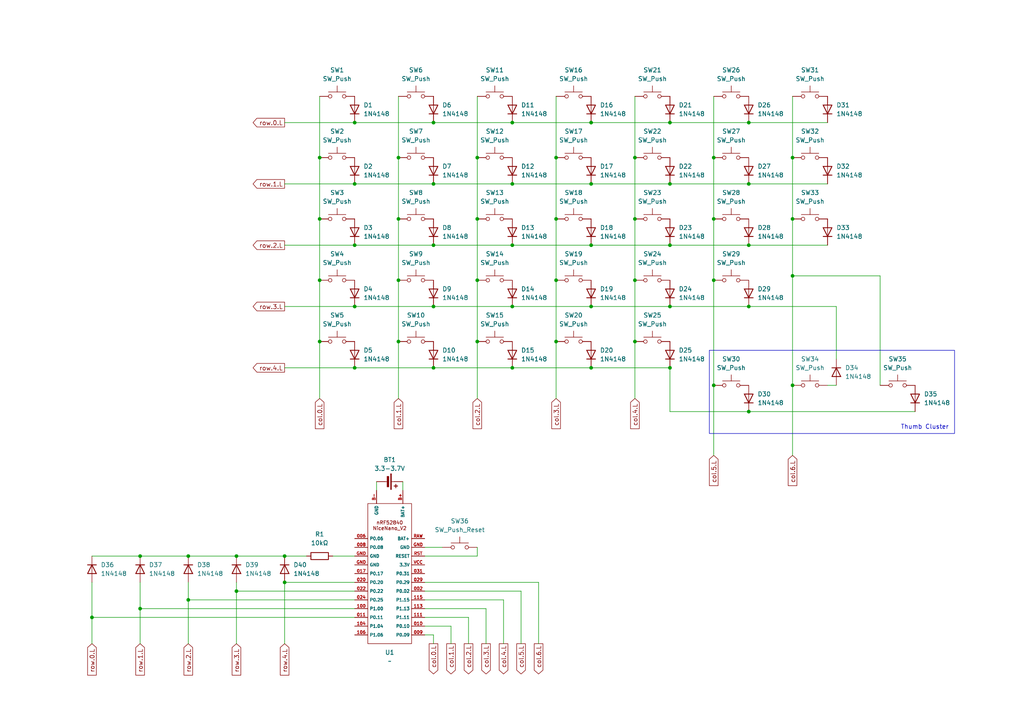
<source format=kicad_sch>
(kicad_sch (version 20250114) (generator "eeschema") (generator_version "9.0")
  (paper "A4")
  (title_block (title "kaasch-keys-left") (date "2025-10-29") (rev "1") (company "kaasch-co"))
  (lib_symbols
    (symbol "Device:Battery_Cell" (pin_numbers (hide yes)) (pin_names (offset 0) (hide yes))
      (property "Reference" "BT" (at 2.54 2.54 0))
      (property "Value" "Battery_Cell" (at 2.54 0 0))
      (symbol "Battery_Cell_0_1"
        (rectangle (start -2.286 1.778) (end 2.286 1.524) (fill (type outline)))
        (rectangle (start -1.524 1.016) (end 1.524 0.508) (fill (type outline)))
        (polyline (pts (xy 0 1.778) (xy 0 2.54)))
        (polyline (pts (xy 0 0.762) (xy 0 0)))
        (polyline (pts (xy 0.762 3.048) (xy 1.778 3.048)) (stroke (width 0.254)))
        (polyline (pts (xy 1.27 3.556) (xy 1.27 2.54)) (stroke (width 0.254)))
      )
      (symbol "Battery_Cell_1_1"
        (pin passive line (at 0 5.08 270) (length 2.54) (name "+") (number "1"))
        (pin passive line (at 0 -2.54 90) (length 2.54) (name "-") (number "2"))
      )
    )
    (symbol "Device:R" (pin_numbers (hide yes)) (pin_names (offset 0))
      (property "Reference" "R" (at 2.032 0 90))
      (property "Value" "R" (at 0 0 90))
      (symbol "R_0_1"
        (rectangle (start -1.016 -2.54) (end 1.016 2.54) (stroke (width 0.254)))
      )
      (symbol "R_1_1"
        (pin passive line (at 0 3.81 270) (length 1.27) (name "~") (number "1"))
        (pin passive line (at 0 -3.81 90) (length 1.27) (name "~") (number "2"))
      )
    )
    (symbol "Diode:1N4148" (pin_numbers (hide yes)) (pin_names (hide yes))
      (property "Reference" "D" (at 0 2.54 0))
      (property "Value" "1N4148" (at 0 -2.54 0))
      (symbol "1N4148_0_1"
        (polyline (pts (xy -1.27 1.27) (xy -1.27 -1.27)) (stroke (width 0.254)))
        (polyline (pts (xy 1.27 1.27) (xy 1.27 -1.27) (xy -1.27 0) (xy 1.27 1.27)) (stroke (width 0.254)))
        (polyline (pts (xy 1.27 0) (xy -1.27 0)))
      )
      (symbol "1N4148_1_1"
        (pin passive line (at -3.81 0 0) (length 2.54) (name "K") (number "1"))
        (pin passive line (at 3.81 0 180) (length 2.54) (name "A") (number "2"))
      )
    )
    (symbol "NiceNanoV2:NiceNanoV2" (in_bom no) (on_board no)
      (property "Reference" "U1" (at 0 -20.32 0))
      (symbol "NiceNanoV2_0_1"
        (rectangle (start -6.35 22.86) (end 6.35 -17.78))
      )
      (symbol "NiceNanoV2_1_1"
        (text "nRF52840\nNiceNano_V2" (at 0 16.51 0) (effects (font (size 1.016 1.016))))
        (pin bidirectional line (at -10.16 12.7 0) (length 3.81) (name "P0.06") (number "006"))
        (pin bidirectional line (at -10.16 10.16 0) (length 3.81) (name "P0.08") (number "008"))
        (pin power_out line (at -10.16 7.62 0) (length 3.81) (name "GND") (number "GND"))
        (pin power_out line (at -10.16 5.08 0) (length 3.81) (name "GND") (number "GND"))
        (pin bidirectional line (at -10.16 2.54 0) (length 3.81) (name "P0.17") (number "017"))
        (pin bidirectional line (at -10.16 0 0) (length 3.81) (name "P0.20") (number "020"))
        (pin bidirectional line (at -10.16 -2.54 0) (length 3.81) (name "P0.22") (number "022"))
        (pin bidirectional line (at -10.16 -5.08 0) (length 3.81) (name "P0.25") (number "024"))
        (pin bidirectional line (at -10.16 -7.62 0) (length 3.81) (name "P1.00") (number "100"))
        (pin bidirectional line (at -10.16 -10.16 0) (length 3.81) (name "P0.11") (number "011"))
        (pin bidirectional line (at -10.16 -12.7 0) (length 3.81) (name "P1.04") (number "104"))
        (pin bidirectional line (at -10.16 -15.24 0) (length 3.81) (name "P1.06") (number "106"))
        (pin power_out line (at -3.81 26.67 270) (length 3.81) (name "GND") (number "B-"))
        (pin power_in line (at 3.81 26.67 270) (length 3.81) (name "BAT+") (number "B+"))
        (pin power_in line (at 10.16 12.7 180) (length 3.81) (name "BAT+") (number "RAW"))
        (pin power_out line (at 10.16 10.16 180) (length 3.81) (name "GND") (number "GND"))
        (pin input line (at 10.16 7.62 180) (length 3.81) (name "RESET") (number "RST"))
        (pin power_in line (at 10.16 5.08 180) (length 3.81) (name "3.3V") (number "VCC"))
        (pin bidirectional line (at 10.16 2.54 180) (length 3.81) (name "P0.31") (number "031"))
        (pin bidirectional line (at 10.16 0 180) (length 3.81) (name "P0.29") (number "029"))
        (pin bidirectional line (at 10.16 -2.54 180) (length 3.81) (name "P0.02") (number "002"))
        (pin bidirectional line (at 10.16 -5.08 180) (length 3.81) (name "P1.15") (number "115"))
        (pin bidirectional line (at 10.16 -7.62 180) (length 3.81) (name "P1.13") (number "113"))
        (pin bidirectional line (at 10.16 -10.16 180) (length 3.81) (name "P1.11") (number "111"))
        (pin bidirectional line (at 10.16 -12.7 180) (length 3.81) (name "P0.10") (number "010"))
        (pin bidirectional line (at 10.16 -15.24 180) (length 3.81) (name "P0.09") (number "009"))
      )
    )
    (symbol "Switch:SW_Push" (pin_numbers (hide yes)) (pin_names (offset 1.016) (hide yes))
      (property "Reference" "SW" (at 1.27 2.54 0))
      (property "Value" "SW_Push" (at 0 -1.524 0))
      (symbol "SW_Push_0_1"
        (circle (center -2.032 0) (radius 0.508))
        (polyline (pts (xy 0 1.27) (xy 0 3.048)))
        (circle (center 2.032 0) (radius 0.508))
        (polyline (pts (xy 2.54 1.27) (xy -2.54 1.27)))
        (pin passive line (at -5.08 0 0) (length 2.54) (name "1") (number "1"))
        (pin passive line (at 5.08 0 180) (length 2.54) (name "2") (number "2"))
      )
    )
  )
  (rectangle (start 205.74 101.6) (end 276.86 125.73))
  (text "Thumb Cluster" (exclude_from_sim yes) (at 268.224 123.952 0) (effects (font (size 1.27 1.27))))
  (junction (at 161.29 99.06))
  (junction (at 161.29 45.72))
  (junction (at 217.17 119.38))
  (junction (at 125.73 53.34))
  (junction (at 217.17 53.34))
  (junction (at 184.15 81.28))
  (junction (at 171.45 88.9))
  (junction (at 92.71 99.06))
  (junction (at 82.55 168.91))
  (junction (at 184.15 45.72))
  (junction (at 148.59 71.12))
  (junction (at 229.87 63.5))
  (junction (at 194.31 88.9))
  (junction (at 125.73 88.9))
  (junction (at 207.01 111.76))
  (junction (at 184.15 99.06))
  (junction (at 115.57 63.5))
  (junction (at 194.31 106.68))
  (junction (at 207.01 45.72))
  (junction (at 194.31 35.56))
  (junction (at 40.64 176.53))
  (junction (at 217.17 88.9))
  (junction (at 194.31 53.34))
  (junction (at 92.71 63.5))
  (junction (at 138.43 81.28))
  (junction (at 125.73 106.68))
  (junction (at 171.45 71.12))
  (junction (at 217.17 71.12))
  (junction (at 26.67 179.07))
  (junction (at 217.17 35.56))
  (junction (at 229.87 45.72))
  (junction (at 125.73 35.56))
  (junction (at 138.43 63.5))
  (junction (at 171.45 53.34))
  (junction (at 148.59 106.68))
  (junction (at 161.29 63.5))
  (junction (at 184.15 63.5))
  (junction (at 68.58 171.45))
  (junction (at 194.31 71.12))
  (junction (at 102.87 106.68))
  (junction (at 207.01 81.28))
  (junction (at 148.59 53.34))
  (junction (at 229.87 80.01))
  (junction (at 115.57 45.72))
  (junction (at 171.45 106.68))
  (junction (at 125.73 71.12))
  (junction (at 171.45 35.56))
  (junction (at 68.58 161.29))
  (junction (at 148.59 35.56))
  (junction (at 207.01 63.5))
  (junction (at 102.87 53.34))
  (junction (at 102.87 35.56))
  (junction (at 92.71 45.72))
  (junction (at 115.57 81.28))
  (junction (at 138.43 99.06))
  (junction (at 102.87 88.9))
  (junction (at 161.29 81.28))
  (junction (at 115.57 99.06))
  (junction (at 229.87 111.76))
  (junction (at 54.61 161.29))
  (junction (at 54.61 173.99))
  (junction (at 40.64 161.29))
  (junction (at 102.87 71.12))
  (junction (at 138.43 45.72))
  (junction (at 92.71 81.28))
  (junction (at 148.59 88.9))
  (junction (at 82.55 161.29))
  (wire (pts (xy 102.87 71.12) (xy 125.73 71.12)))
  (wire (pts (xy 161.29 63.5) (xy 161.29 81.28)))
  (wire (pts (xy 184.15 63.5) (xy 184.15 81.28)))
  (wire (pts (xy 194.31 119.38) (xy 217.17 119.38)))
  (wire (pts (xy 102.87 106.68) (xy 125.73 106.68)))
  (wire (pts (xy 116.84 139.7) (xy 116.84 142.24)))
  (wire (pts (xy 125.73 184.15) (xy 123.19 184.15)))
  (wire (pts (xy 54.61 173.99) (xy 54.61 186.69)))
  (wire (pts (xy 156.21 168.91) (xy 156.21 186.69)))
  (wire (pts (xy 184.15 99.06) (xy 184.15 115.57)))
  (wire (pts (xy 68.58 171.45) (xy 102.87 171.45)))
  (wire (pts (xy 115.57 81.28) (xy 115.57 99.06)))
  (wire (pts (xy 151.13 186.69) (xy 151.13 171.45)))
  (wire (pts (xy 82.55 168.91) (xy 82.55 186.69)))
  (wire (pts (xy 148.59 88.9) (xy 171.45 88.9)))
  (wire (pts (xy 123.19 161.29) (xy 138.43 161.29)))
  (wire (pts (xy 146.05 186.69) (xy 146.05 173.99)))
  (wire (pts (xy 146.05 173.99) (xy 123.19 173.99)))
  (wire (pts (xy 125.73 186.69) (xy 125.73 184.15)))
  (wire (pts (xy 82.55 53.34) (xy 102.87 53.34)))
  (wire (pts (xy 161.29 45.72) (xy 161.29 63.5)))
  (wire (pts (xy 171.45 88.9) (xy 194.31 88.9)))
  (wire (pts (xy 54.61 173.99) (xy 102.87 173.99)))
  (wire (pts (xy 151.13 171.45) (xy 123.19 171.45)))
  (wire (pts (xy 40.64 176.53) (xy 40.64 186.69)))
  (wire (pts (xy 40.64 161.29) (xy 54.61 161.29)))
  (wire (pts (xy 171.45 106.68) (xy 194.31 106.68)))
  (wire (pts (xy 125.73 53.34) (xy 148.59 53.34)))
  (wire (pts (xy 184.15 81.28) (xy 184.15 99.06)))
  (wire (pts (xy 68.58 168.91) (xy 68.58 171.45)))
  (wire (pts (xy 184.15 27.94) (xy 184.15 45.72)))
  (wire (pts (xy 255.27 80.01) (xy 255.27 111.76)))
  (wire (pts (xy 92.71 63.5) (xy 92.71 81.28)))
  (wire (pts (xy 92.71 27.94) (xy 92.71 45.72)))
  (wire (pts (xy 92.71 99.06) (xy 92.71 115.57)))
  (wire (pts (xy 82.55 35.56) (xy 102.87 35.56)))
  (wire (pts (xy 102.87 88.9) (xy 125.73 88.9)))
  (wire (pts (xy 135.89 186.69) (xy 135.89 179.07)))
  (wire (pts (xy 92.71 45.72) (xy 92.71 63.5)))
  (wire (pts (xy 194.31 88.9) (xy 217.17 88.9)))
  (wire (pts (xy 140.97 176.53) (xy 123.19 176.53)))
  (wire (pts (xy 115.57 27.94) (xy 115.57 45.72)))
  (wire (pts (xy 135.89 179.07) (xy 123.19 179.07)))
  (wire (pts (xy 138.43 99.06) (xy 138.43 115.57)))
  (wire (pts (xy 138.43 81.28) (xy 138.43 99.06)))
  (wire (pts (xy 130.81 181.61) (xy 123.19 181.61)))
  (wire (pts (xy 102.87 53.34) (xy 125.73 53.34)))
  (wire (pts (xy 82.55 161.29) (xy 88.9 161.29)))
  (wire (pts (xy 125.73 106.68) (xy 148.59 106.68)))
  (wire (pts (xy 217.17 88.9) (xy 242.57 88.9)))
  (wire (pts (xy 68.58 161.29) (xy 82.55 161.29)))
  (wire (pts (xy 125.73 35.56) (xy 148.59 35.56)))
  (wire (pts (xy 82.55 71.12) (xy 102.87 71.12)))
  (wire (pts (xy 229.87 63.5) (xy 229.87 80.01)))
  (wire (pts (xy 229.87 111.76) (xy 229.87 132.08)))
  (wire (pts (xy 148.59 106.68) (xy 171.45 106.68)))
  (wire (pts (xy 138.43 158.75) (xy 138.43 161.29)))
  (wire (pts (xy 82.55 106.68) (xy 102.87 106.68)))
  (wire (pts (xy 102.87 35.56) (xy 125.73 35.56)))
  (wire (pts (xy 229.87 80.01) (xy 229.87 111.76)))
  (wire (pts (xy 115.57 63.5) (xy 115.57 81.28)))
  (wire (pts (xy 68.58 171.45) (xy 68.58 186.69)))
  (wire (pts (xy 207.01 81.28) (xy 207.01 111.76)))
  (wire (pts (xy 171.45 35.56) (xy 194.31 35.56)))
  (wire (pts (xy 109.22 139.7) (xy 109.22 142.24)))
  (wire (pts (xy 240.03 111.76) (xy 242.57 111.76)))
  (wire (pts (xy 82.55 168.91) (xy 102.87 168.91)))
  (wire (pts (xy 217.17 119.38) (xy 265.43 119.38)))
  (wire (pts (xy 26.67 179.07) (xy 102.87 179.07)))
  (wire (pts (xy 229.87 27.94) (xy 229.87 45.72)))
  (wire (pts (xy 115.57 99.06) (xy 115.57 115.57)))
  (wire (pts (xy 148.59 53.34) (xy 171.45 53.34)))
  (wire (pts (xy 128.27 158.75) (xy 123.19 158.75)))
  (wire (pts (xy 194.31 106.68) (xy 194.31 119.38)))
  (wire (pts (xy 125.73 88.9) (xy 148.59 88.9)))
  (wire (pts (xy 217.17 53.34) (xy 240.03 53.34)))
  (wire (pts (xy 156.21 168.91) (xy 123.19 168.91)))
  (wire (pts (xy 207.01 27.94) (xy 207.01 45.72)))
  (wire (pts (xy 217.17 71.12) (xy 240.03 71.12)))
  (wire (pts (xy 161.29 27.94) (xy 161.29 45.72)))
  (wire (pts (xy 217.17 35.56) (xy 240.03 35.56)))
  (wire (pts (xy 194.31 35.56) (xy 217.17 35.56)))
  (wire (pts (xy 96.52 161.29) (xy 102.87 161.29)))
  (wire (pts (xy 130.81 186.69) (xy 130.81 181.61)))
  (wire (pts (xy 115.57 45.72) (xy 115.57 63.5)))
  (wire (pts (xy 194.31 53.34) (xy 217.17 53.34)))
  (wire (pts (xy 40.64 168.91) (xy 40.64 176.53)))
  (wire (pts (xy 194.31 71.12) (xy 217.17 71.12)))
  (wire (pts (xy 26.67 168.91) (xy 26.67 179.07)))
  (wire (pts (xy 140.97 186.69) (xy 140.97 176.53)))
  (wire (pts (xy 207.01 45.72) (xy 207.01 63.5)))
  (wire (pts (xy 138.43 27.94) (xy 138.43 45.72)))
  (wire (pts (xy 171.45 53.34) (xy 194.31 53.34)))
  (wire (pts (xy 148.59 71.12) (xy 171.45 71.12)))
  (wire (pts (xy 184.15 45.72) (xy 184.15 63.5)))
  (wire (pts (xy 138.43 45.72) (xy 138.43 63.5)))
  (wire (pts (xy 161.29 99.06) (xy 161.29 115.57)))
  (wire (pts (xy 54.61 161.29) (xy 68.58 161.29)))
  (wire (pts (xy 26.67 161.29) (xy 40.64 161.29)))
  (wire (pts (xy 207.01 63.5) (xy 207.01 81.28)))
  (wire (pts (xy 54.61 168.91) (xy 54.61 173.99)))
  (wire (pts (xy 92.71 81.28) (xy 92.71 99.06)))
  (wire (pts (xy 207.01 111.76) (xy 207.01 132.08)))
  (wire (pts (xy 138.43 63.5) (xy 138.43 81.28)))
  (wire (pts (xy 171.45 71.12) (xy 194.31 71.12)))
  (wire (pts (xy 161.29 81.28) (xy 161.29 99.06)))
  (wire (pts (xy 148.59 35.56) (xy 171.45 35.56)))
  (wire (pts (xy 125.73 71.12) (xy 148.59 71.12)))
  (wire (pts (xy 40.64 176.53) (xy 102.87 176.53)))
  (wire (pts (xy 229.87 45.72) (xy 229.87 63.5)))
  (wire (pts (xy 242.57 88.9) (xy 242.57 104.14)))
  (wire (pts (xy 26.67 179.07) (xy 26.67 186.69)))
  (wire (pts (xy 82.55 88.9) (xy 102.87 88.9)))
  (wire (pts (xy 229.87 80.01) (xy 255.27 80.01)))
  (global_label "row.3.L" (shape output) (at 82.55 88.9 180) (property "Intersheetrefs" "${INTERSHEET_REFS}" (effects (hide yes))))
  (global_label "col.4.L" (shape output) (at 146.05 186.69 270) (property "Intersheetrefs" "${INTERSHEET_REFS}" (effects (hide yes))))
  (global_label "col.6.L" (shape output) (at 156.21 186.69 270) (property "Intersheetrefs" "${INTERSHEET_REFS}" (effects (hide yes))))
  (global_label "row.4.L" (shape input) (at 82.55 186.69 270) (property "Intersheetrefs" "${INTERSHEET_REFS}" (effects (hide yes))))
  (global_label "row.1.L" (shape input) (at 40.64 186.69 270) (property "Intersheetrefs" "${INTERSHEET_REFS}" (effects (hide yes))))
  (global_label "row.0.L" (shape output) (at 82.55 35.56 180) (property "Intersheetrefs" "${INTERSHEET_REFS}" (effects (hide yes))))
  (global_label "col.3.L" (shape output) (at 140.97 186.69 270) (property "Intersheetrefs" "${INTERSHEET_REFS}" (effects (hide yes))))
  (global_label "col.2.L" (shape input) (at 138.43 115.57 270) (property "Intersheetrefs" "${INTERSHEET_REFS}" (effects (hide yes))))
  (global_label "row.4.L" (shape output) (at 82.55 106.68 180) (property "Intersheetrefs" "${INTERSHEET_REFS}" (effects (hide yes))))
  (global_label "col.1.L" (shape output) (at 130.81 186.69 270) (property "Intersheetrefs" "${INTERSHEET_REFS}" (effects (hide yes))))
  (global_label "row.2.L" (shape output) (at 82.55 71.12 180) (property "Intersheetrefs" "${INTERSHEET_REFS}" (effects (hide yes))))
  (global_label "col.3.L" (shape input) (at 161.29 115.57 270) (property "Intersheetrefs" "${INTERSHEET_REFS}" (effects (hide yes))))
  (global_label "col.6.L" (shape input) (at 229.87 132.08 270) (property "Intersheetrefs" "${INTERSHEET_REFS}" (effects (hide yes))))
  (global_label "row.0.L" (shape input) (at 26.67 186.69 270) (property "Intersheetrefs" "${INTERSHEET_REFS}" (effects (hide yes))))
  (global_label "col.1.L" (shape input) (at 115.57 115.57 270) (property "Intersheetrefs" "${INTERSHEET_REFS}" (effects (hide yes))))
  (global_label "col.0.L" (shape output) (at 125.73 186.69 270) (property "Intersheetrefs" "${INTERSHEET_REFS}" (effects (hide yes))))
  (global_label "col.5.L" (shape output) (at 151.13 186.69 270) (property "Intersheetrefs" "${INTERSHEET_REFS}" (effects (hide yes))))
  (global_label "row.1.L" (shape output) (at 82.55 53.34 180) (property "Intersheetrefs" "${INTERSHEET_REFS}" (effects (hide yes))))
  (global_label "col.0.L" (shape input) (at 92.71 115.57 270) (property "Intersheetrefs" "${INTERSHEET_REFS}" (effects (hide yes))))
  (global_label "col.5.L" (shape input) (at 207.01 132.08 270) (property "Intersheetrefs" "${INTERSHEET_REFS}" (effects (hide yes))))
  (global_label "row.2.L" (shape input) (at 54.61 186.69 270) (property "Intersheetrefs" "${INTERSHEET_REFS}" (effects (hide yes))))
  (global_label "col.4.L" (shape input) (at 184.15 115.57 270) (property "Intersheetrefs" "${INTERSHEET_REFS}" (effects (hide yes))))
  (global_label "row.3.L" (shape input) (at 68.58 186.69 270) (property "Intersheetrefs" "${INTERSHEET_REFS}" (effects (hide yes))))
  (global_label "col.2.L" (shape output) (at 135.89 186.69 270) (property "Intersheetrefs" "${INTERSHEET_REFS}" (effects (hide yes))))
  (symbol (lib_id "Switch:SW_Push") (at 234.95 63.5 0) (unit 1)
    (property "Reference" "SW33" (at 234.95 55.88 0))
    (property "Value" "SW_Push" (at 234.95 58.42 0))
    (property "Description" "Push button switch, generic, two pins" (effects (hide yes)))
  )
  (symbol (lib_id "Switch:SW_Push") (at 97.79 63.5 0) (unit 1)
    (property "Reference" "SW3" (at 97.79 55.88 0))
    (property "Value" "SW_Push" (at 97.79 58.42 0))
    (property "Description" "Push button switch, generic, two pins" (effects (hide yes)))
  )
  (symbol (lib_id "Diode:1N4148") (at 217.17 85.09 90) (unit 1)
    (property "Reference" "D29" (at 219.71 83.8199 90) (effects (justify right)))
    (property "Value" "1N4148" (at 219.71 86.3599 90) (effects (justify right)))
    (property "Footprint" "Diode_THT:D_DO-35_SOD27_P7.62mm_Horizontal" (effects (hide yes)))
    (property "Datasheet" "https://assets.nexperia.com/documents/data-sheet/1N4148_1N4448.pdf" (effects (hide yes)))
    (property "Description" "100V 0.15A standard switching diode, DO-35" (effects (hide yes)))
    (property "Sim.Device" "D" (effects (hide yes)))
    (property "Sim.Pins" "1=K 2=A" (effects (hide yes)))
  )
  (symbol (lib_id "Diode:1N4148") (at 148.59 102.87 90) (unit 1)
    (property "Reference" "D15" (at 151.13 101.5999 90) (effects (justify right)))
    (property "Value" "1N4148" (at 151.13 104.1399 90) (effects (justify right)))
    (property "Footprint" "Diode_THT:D_DO-35_SOD27_P7.62mm_Horizontal" (effects (hide yes)))
    (property "Datasheet" "https://assets.nexperia.com/documents/data-sheet/1N4148_1N4448.pdf" (effects (hide yes)))
    (property "Description" "100V 0.15A standard switching diode, DO-35" (effects (hide yes)))
    (property "Sim.Device" "D" (effects (hide yes)))
    (property "Sim.Pins" "1=K 2=A" (effects (hide yes)))
  )
  (symbol (lib_id "Diode:1N4148") (at 217.17 67.31 90) (unit 1)
    (property "Reference" "D28" (at 219.71 66.0399 90) (effects (justify right)))
    (property "Value" "1N4148" (at 219.71 68.5799 90) (effects (justify right)))
    (property "Footprint" "Diode_THT:D_DO-35_SOD27_P7.62mm_Horizontal" (effects (hide yes)))
    (property "Datasheet" "https://assets.nexperia.com/documents/data-sheet/1N4148_1N4448.pdf" (effects (hide yes)))
    (property "Description" "100V 0.15A standard switching diode, DO-35" (effects (hide yes)))
    (property "Sim.Device" "D" (effects (hide yes)))
    (property "Sim.Pins" "1=K 2=A" (effects (hide yes)))
  )
  (symbol (lib_id "Switch:SW_Push") (at 143.51 63.5 0) (unit 1)
    (property "Reference" "SW13" (at 143.51 55.88 0))
    (property "Value" "SW_Push" (at 143.51 58.42 0))
    (property "Description" "Push button switch, generic, two pins" (effects (hide yes)))
  )
  (symbol (lib_id "Diode:1N4148") (at 217.17 49.53 90) (unit 1)
    (property "Reference" "D27" (at 219.71 48.2599 90) (effects (justify right)))
    (property "Value" "1N4148" (at 219.71 50.7999 90) (effects (justify right)))
    (property "Footprint" "Diode_THT:D_DO-35_SOD27_P7.62mm_Horizontal" (effects (hide yes)))
    (property "Datasheet" "https://assets.nexperia.com/documents/data-sheet/1N4148_1N4448.pdf" (effects (hide yes)))
    (property "Description" "100V 0.15A standard switching diode, DO-35" (effects (hide yes)))
    (property "Sim.Device" "D" (effects (hide yes)))
    (property "Sim.Pins" "1=K 2=A" (effects (hide yes)))
  )
  (symbol (lib_id "Switch:SW_Push") (at 166.37 63.5 0) (unit 1)
    (property "Reference" "SW18" (at 166.37 55.88 0))
    (property "Value" "SW_Push" (at 166.37 58.42 0))
    (property "Description" "Push button switch, generic, two pins" (effects (hide yes)))
  )
  (symbol (lib_id "Diode:1N4148") (at 125.73 31.75 90) (unit 1)
    (property "Reference" "D6" (at 128.27 30.4799 90) (effects (justify right)))
    (property "Value" "1N4148" (at 128.27 33.0199 90) (effects (justify right)))
    (property "Footprint" "Diode_THT:D_DO-35_SOD27_P7.62mm_Horizontal" (effects (hide yes)))
    (property "Datasheet" "https://assets.nexperia.com/documents/data-sheet/1N4148_1N4448.pdf" (effects (hide yes)))
    (property "Description" "100V 0.15A standard switching diode, DO-35" (effects (hide yes)))
    (property "Sim.Device" "D" (effects (hide yes)))
    (property "Sim.Pins" "1=K 2=A" (effects (hide yes)))
  )
  (symbol (lib_id "Diode:1N4148") (at 194.31 49.53 90) (unit 1)
    (property "Reference" "D22" (at 196.85 48.2599 90) (effects (justify right)))
    (property "Value" "1N4148" (at 196.85 50.7999 90) (effects (justify right)))
    (property "Footprint" "Diode_THT:D_DO-35_SOD27_P7.62mm_Horizontal" (effects (hide yes)))
    (property "Datasheet" "https://assets.nexperia.com/documents/data-sheet/1N4148_1N4448.pdf" (effects (hide yes)))
    (property "Description" "100V 0.15A standard switching diode, DO-35" (effects (hide yes)))
    (property "Sim.Device" "D" (effects (hide yes)))
    (property "Sim.Pins" "1=K 2=A" (effects (hide yes)))
  )
  (symbol (lib_id "Switch:SW_Push") (at 189.23 99.06 0) (unit 1)
    (property "Reference" "SW25" (at 189.23 91.44 0))
    (property "Value" "SW_Push" (at 189.23 93.98 0))
    (property "Description" "Push button switch, generic, two pins" (effects (hide yes)))
  )
  (symbol (lib_id "Switch:SW_Push") (at 166.37 45.72 0) (unit 1)
    (property "Reference" "SW17" (at 166.37 38.1 0))
    (property "Value" "SW_Push" (at 166.37 40.64 0))
    (property "Description" "Push button switch, generic, two pins" (effects (hide yes)))
  )
  (symbol (lib_id "Diode:1N4148") (at 171.45 67.31 90) (unit 1)
    (property "Reference" "D18" (at 173.99 66.0399 90) (effects (justify right)))
    (property "Value" "1N4148" (at 173.99 68.5799 90) (effects (justify right)))
    (property "Footprint" "Diode_THT:D_DO-35_SOD27_P7.62mm_Horizontal" (effects (hide yes)))
    (property "Datasheet" "https://assets.nexperia.com/documents/data-sheet/1N4148_1N4448.pdf" (effects (hide yes)))
    (property "Description" "100V 0.15A standard switching diode, DO-35" (effects (hide yes)))
    (property "Sim.Device" "D" (effects (hide yes)))
    (property "Sim.Pins" "1=K 2=A" (effects (hide yes)))
  )
  (symbol (lib_id "Switch:SW_Push") (at 97.79 27.94 0) (unit 1)
    (property "Reference" "SW1" (at 97.79 20.32 0))
    (property "Value" "SW_Push" (at 97.79 22.86 0))
    (property "Description" "Push button switch, generic, two pins" (effects (hide yes)))
  )
  (symbol (lib_id "Diode:1N4148") (at 68.58 165.1 270) (unit 1)
    (property "Reference" "D39" (at 71.12 163.8299 90) (effects (justify left)))
    (property "Value" "1N4148" (at 71.12 166.3699 90) (effects (justify left)))
    (property "Footprint" "Diode_THT:D_DO-35_SOD27_P7.62mm_Horizontal" (effects (hide yes)))
    (property "Datasheet" "https://assets.nexperia.com/documents/data-sheet/1N4148_1N4448.pdf" (effects (hide yes)))
    (property "Description" "100V 0.15A standard switching diode, DO-35" (effects (hide yes)))
    (property "Sim.Device" "D" (effects (hide yes)))
    (property "Sim.Pins" "1=K 2=A" (effects (hide yes)))
  )
  (symbol (lib_id "Diode:1N4148") (at 265.43 115.57 90) (unit 1)
    (property "Reference" "D35" (at 267.97 114.2999 90) (effects (justify right)))
    (property "Value" "1N4148" (at 267.97 116.8399 90) (effects (justify right)))
    (property "Footprint" "Diode_THT:D_DO-35_SOD27_P7.62mm_Horizontal" (effects (hide yes)))
    (property "Datasheet" "https://assets.nexperia.com/documents/data-sheet/1N4148_1N4448.pdf" (effects (hide yes)))
    (property "Description" "100V 0.15A standard switching diode, DO-35" (effects (hide yes)))
    (property "Sim.Device" "D" (effects (hide yes)))
    (property "Sim.Pins" "1=K 2=A" (effects (hide yes)))
  )
  (symbol (lib_id "Switch:SW_Push") (at 120.65 81.28 0) (unit 1)
    (property "Reference" "SW9" (at 120.65 73.66 0))
    (property "Value" "SW_Push" (at 120.65 76.2 0))
    (property "Description" "Push button switch, generic, two pins" (effects (hide yes)))
  )
  (symbol (lib_id "Switch:SW_Push") (at 133.35 158.75 0) (unit 1)
    (property "Reference" "SW36" (at 133.35 151.13 0))
    (property "Value" "SW_Push_Reset" (at 133.35 153.67 0))
    (property "Description" "Push button switch, generic, two pins" (effects (hide yes)))
  )
  (symbol (lib_id "Diode:1N4148") (at 148.59 67.31 90) (unit 1)
    (property "Reference" "D13" (at 151.13 66.0399 90) (effects (justify right)))
    (property "Value" "1N4148" (at 151.13 68.5799 90) (effects (justify right)))
    (property "Footprint" "Diode_THT:D_DO-35_SOD27_P7.62mm_Horizontal" (effects (hide yes)))
    (property "Datasheet" "https://assets.nexperia.com/documents/data-sheet/1N4148_1N4448.pdf" (effects (hide yes)))
    (property "Description" "100V 0.15A standard switching diode, DO-35" (effects (hide yes)))
    (property "Sim.Device" "D" (effects (hide yes)))
    (property "Sim.Pins" "1=K 2=A" (effects (hide yes)))
  )
  (symbol (lib_id "Diode:1N4148") (at 194.31 85.09 90) (unit 1)
    (property "Reference" "D24" (at 196.85 83.8199 90) (effects (justify right)))
    (property "Value" "1N4148" (at 196.85 86.3599 90) (effects (justify right)))
    (property "Footprint" "Diode_THT:D_DO-35_SOD27_P7.62mm_Horizontal" (effects (hide yes)))
    (property "Datasheet" "https://assets.nexperia.com/documents/data-sheet/1N4148_1N4448.pdf" (effects (hide yes)))
    (property "Description" "100V 0.15A standard switching diode, DO-35" (effects (hide yes)))
    (property "Sim.Device" "D" (effects (hide yes)))
    (property "Sim.Pins" "1=K 2=A" (effects (hide yes)))
  )
  (symbol (lib_id "Diode:1N4148") (at 125.73 67.31 90) (unit 1)
    (property "Reference" "D8" (at 128.27 66.0399 90) (effects (justify right)))
    (property "Value" "1N4148" (at 128.27 68.5799 90) (effects (justify right)))
    (property "Footprint" "Diode_THT:D_DO-35_SOD27_P7.62mm_Horizontal" (effects (hide yes)))
    (property "Datasheet" "https://assets.nexperia.com/documents/data-sheet/1N4148_1N4448.pdf" (effects (hide yes)))
    (property "Description" "100V 0.15A standard switching diode, DO-35" (effects (hide yes)))
    (property "Sim.Device" "D" (effects (hide yes)))
    (property "Sim.Pins" "1=K 2=A" (effects (hide yes)))
  )
  (symbol (lib_id "Diode:1N4148") (at 242.57 107.95 270) (unit 1)
    (property "Reference" "D34" (at 245.11 106.6799 90) (effects (justify left)))
    (property "Value" "1N4148" (at 245.11 109.2199 90) (effects (justify left)))
    (property "Footprint" "Diode_THT:D_DO-35_SOD27_P7.62mm_Horizontal" (effects (hide yes)))
    (property "Datasheet" "https://assets.nexperia.com/documents/data-sheet/1N4148_1N4448.pdf" (effects (hide yes)))
    (property "Description" "100V 0.15A standard switching diode, DO-35" (effects (hide yes)))
    (property "Sim.Device" "D" (effects (hide yes)))
    (property "Sim.Pins" "1=K 2=A" (effects (hide yes)))
  )
  (symbol (lib_id "Switch:SW_Push") (at 166.37 27.94 0) (unit 1)
    (property "Reference" "SW16" (at 166.37 20.32 0))
    (property "Value" "SW_Push" (at 166.37 22.86 0))
    (property "Description" "Push button switch, generic, two pins" (effects (hide yes)))
  )
  (symbol (lib_id "Switch:SW_Push") (at 234.95 45.72 0) (unit 1)
    (property "Reference" "SW32" (at 234.95 38.1 0))
    (property "Value" "SW_Push" (at 234.95 40.64 0))
    (property "Description" "Push button switch, generic, two pins" (effects (hide yes)))
  )
  (symbol (lib_id "Diode:1N4148") (at 171.45 31.75 90) (unit 1)
    (property "Reference" "D16" (at 173.99 30.4799 90) (effects (justify right)))
    (property "Value" "1N4148" (at 173.99 33.0199 90) (effects (justify right)))
    (property "Footprint" "Diode_THT:D_DO-35_SOD27_P7.62mm_Horizontal" (effects (hide yes)))
    (property "Datasheet" "https://assets.nexperia.com/documents/data-sheet/1N4148_1N4448.pdf" (effects (hide yes)))
    (property "Description" "100V 0.15A standard switching diode, DO-35" (effects (hide yes)))
    (property "Sim.Device" "D" (effects (hide yes)))
    (property "Sim.Pins" "1=K 2=A" (effects (hide yes)))
  )
  (symbol (lib_id "Diode:1N4148") (at 102.87 31.75 90) (unit 1)
    (property "Reference" "D1" (at 105.41 30.4799 90) (effects (justify right)))
    (property "Value" "1N4148" (at 105.41 33.0199 90) (effects (justify right)))
    (property "Footprint" "Diode_THT:D_DO-35_SOD27_P7.62mm_Horizontal" (effects (hide yes)))
    (property "Datasheet" "https://assets.nexperia.com/documents/data-sheet/1N4148_1N4448.pdf" (effects (hide yes)))
    (property "Description" "100V 0.15A standard switching diode, DO-35" (effects (hide yes)))
    (property "Sim.Device" "D" (effects (hide yes)))
    (property "Sim.Pins" "1=K 2=A" (effects (hide yes)))
  )
  (symbol (lib_id "Diode:1N4148") (at 102.87 102.87 90) (unit 1)
    (property "Reference" "D5" (at 105.41 101.5999 90) (effects (justify right)))
    (property "Value" "1N4148" (at 105.41 104.1399 90) (effects (justify right)))
    (property "Footprint" "Diode_THT:D_DO-35_SOD27_P7.62mm_Horizontal" (effects (hide yes)))
    (property "Datasheet" "https://assets.nexperia.com/documents/data-sheet/1N4148_1N4448.pdf" (effects (hide yes)))
    (property "Description" "100V 0.15A standard switching diode, DO-35" (effects (hide yes)))
    (property "Sim.Device" "D" (effects (hide yes)))
    (property "Sim.Pins" "1=K 2=A" (effects (hide yes)))
  )
  (symbol (lib_id "Switch:SW_Push") (at 212.09 111.76 0) (unit 1)
    (property "Reference" "SW30" (at 212.09 104.14 0))
    (property "Value" "SW_Push" (at 212.09 106.68 0))
    (property "Description" "Push button switch, generic, two pins" (effects (hide yes)))
  )
  (symbol (lib_id "Switch:SW_Push") (at 212.09 81.28 0) (unit 1)
    (property "Reference" "SW29" (at 212.09 73.66 0))
    (property "Value" "SW_Push" (at 212.09 76.2 0))
    (property "Description" "Push button switch, generic, two pins" (effects (hide yes)))
  )
  (symbol (lib_id "Switch:SW_Push") (at 189.23 27.94 0) (unit 1)
    (property "Reference" "SW21" (at 189.23 20.32 0))
    (property "Value" "SW_Push" (at 189.23 22.86 0))
    (property "Description" "Push button switch, generic, two pins" (effects (hide yes)))
  )
  (symbol (lib_id "Switch:SW_Push") (at 166.37 99.06 0) (unit 1)
    (property "Reference" "SW20" (at 166.37 91.44 0))
    (property "Value" "SW_Push" (at 166.37 93.98 0))
    (property "Description" "Push button switch, generic, two pins" (effects (hide yes)))
  )
  (symbol (lib_id "Diode:1N4148") (at 148.59 49.53 90) (unit 1)
    (property "Reference" "D12" (at 151.13 48.2599 90) (effects (justify right)))
    (property "Value" "1N4148" (at 151.13 50.7999 90) (effects (justify right)))
    (property "Footprint" "Diode_THT:D_DO-35_SOD27_P7.62mm_Horizontal" (effects (hide yes)))
    (property "Datasheet" "https://assets.nexperia.com/documents/data-sheet/1N4148_1N4448.pdf" (effects (hide yes)))
    (property "Description" "100V 0.15A standard switching diode, DO-35" (effects (hide yes)))
    (property "Sim.Device" "D" (effects (hide yes)))
    (property "Sim.Pins" "1=K 2=A" (effects (hide yes)))
  )
  (symbol (lib_id "Switch:SW_Push") (at 143.51 27.94 0) (unit 1)
    (property "Reference" "SW11" (at 143.51 20.32 0))
    (property "Value" "SW_Push" (at 143.51 22.86 0))
    (property "Description" "Push button switch, generic, two pins" (effects (hide yes)))
  )
  (symbol (lib_id "NiceNanoV2:NiceNanoV2") (at 113.03 168.91 0) (unit 1) (in_bom no) (on_board no)
    (property "Reference" "U1" (at 113.03 189.23 0))
    (property "Value" "~" (at 113.03 191.77 0))
  )
  (symbol (lib_id "Device:R") (at 92.71 161.29 90) (unit 1)
    (property "Reference" "R1" (at 92.71 154.94 90))
    (property "Value" "10kΩ" (at 92.71 157.48 90))
    (property "Description" "Resistor" (effects (hide yes)))
  )
  (symbol (lib_id "Switch:SW_Push") (at 212.09 63.5 0) (unit 1)
    (property "Reference" "SW28" (at 212.09 55.88 0))
    (property "Value" "SW_Push" (at 212.09 58.42 0))
    (property "Description" "Push button switch, generic, two pins" (effects (hide yes)))
  )
  (symbol (lib_id "Switch:SW_Push") (at 143.51 45.72 0) (unit 1)
    (property "Reference" "SW12" (at 143.51 38.1 0))
    (property "Value" "SW_Push" (at 143.51 40.64 0))
    (property "Description" "Push button switch, generic, two pins" (effects (hide yes)))
  )
  (symbol (lib_id "Diode:1N4148") (at 194.31 67.31 90) (unit 1)
    (property "Reference" "D23" (at 196.85 66.0399 90) (effects (justify right)))
    (property "Value" "1N4148" (at 196.85 68.5799 90) (effects (justify right)))
    (property "Footprint" "Diode_THT:D_DO-35_SOD27_P7.62mm_Horizontal" (effects (hide yes)))
    (property "Datasheet" "https://assets.nexperia.com/documents/data-sheet/1N4148_1N4448.pdf" (effects (hide yes)))
    (property "Description" "100V 0.15A standard switching diode, DO-35" (effects (hide yes)))
    (property "Sim.Device" "D" (effects (hide yes)))
    (property "Sim.Pins" "1=K 2=A" (effects (hide yes)))
  )
  (symbol (lib_id "Diode:1N4148") (at 148.59 31.75 90) (unit 1)
    (property "Reference" "D11" (at 151.13 30.4799 90) (effects (justify right)))
    (property "Value" "1N4148" (at 151.13 33.0199 90) (effects (justify right)))
    (property "Footprint" "Diode_THT:D_DO-35_SOD27_P7.62mm_Horizontal" (effects (hide yes)))
    (property "Datasheet" "https://assets.nexperia.com/documents/data-sheet/1N4148_1N4448.pdf" (effects (hide yes)))
    (property "Description" "100V 0.15A standard switching diode, DO-35" (effects (hide yes)))
    (property "Sim.Device" "D" (effects (hide yes)))
    (property "Sim.Pins" "1=K 2=A" (effects (hide yes)))
  )
  (symbol (lib_id "Diode:1N4148") (at 194.31 31.75 90) (unit 1)
    (property "Reference" "D21" (at 196.85 30.4799 90) (effects (justify right)))
    (property "Value" "1N4148" (at 196.85 33.0199 90) (effects (justify right)))
    (property "Footprint" "Diode_THT:D_DO-35_SOD27_P7.62mm_Horizontal" (effects (hide yes)))
    (property "Datasheet" "https://assets.nexperia.com/documents/data-sheet/1N4148_1N4448.pdf" (effects (hide yes)))
    (property "Description" "100V 0.15A standard switching diode, DO-35" (effects (hide yes)))
    (property "Sim.Device" "D" (effects (hide yes)))
    (property "Sim.Pins" "1=K 2=A" (effects (hide yes)))
  )
  (symbol (lib_id "Diode:1N4148") (at 171.45 102.87 90) (unit 1)
    (property "Reference" "D20" (at 173.99 101.5999 90) (effects (justify right)))
    (property "Value" "1N4148" (at 173.99 104.1399 90) (effects (justify right)))
    (property "Footprint" "Diode_THT:D_DO-35_SOD27_P7.62mm_Horizontal" (effects (hide yes)))
    (property "Datasheet" "https://assets.nexperia.com/documents/data-sheet/1N4148_1N4448.pdf" (effects (hide yes)))
    (property "Description" "100V 0.15A standard switching diode, DO-35" (effects (hide yes)))
    (property "Sim.Device" "D" (effects (hide yes)))
    (property "Sim.Pins" "1=K 2=A" (effects (hide yes)))
  )
  (symbol (lib_id "Switch:SW_Push") (at 143.51 81.28 0) (unit 1)
    (property "Reference" "SW14" (at 143.51 73.66 0))
    (property "Value" "SW_Push" (at 143.51 76.2 0))
    (property "Description" "Push button switch, generic, two pins" (effects (hide yes)))
  )
  (symbol (lib_id "Switch:SW_Push") (at 97.79 45.72 0) (unit 1)
    (property "Reference" "SW2" (at 97.79 38.1 0))
    (property "Value" "SW_Push" (at 97.79 40.64 0))
    (property "Description" "Push button switch, generic, two pins" (effects (hide yes)))
  )
  (symbol (lib_id "Switch:SW_Push") (at 212.09 27.94 0) (unit 1)
    (property "Reference" "SW26" (at 212.09 20.32 0))
    (property "Value" "SW_Push" (at 212.09 22.86 0))
    (property "Description" "Push button switch, generic, two pins" (effects (hide yes)))
  )
  (symbol (lib_id "Switch:SW_Push") (at 120.65 99.06 0) (unit 1)
    (property "Reference" "SW10" (at 120.65 91.44 0))
    (property "Value" "SW_Push" (at 120.65 93.98 0))
    (property "Description" "Push button switch, generic, two pins" (effects (hide yes)))
  )
  (symbol (lib_id "Switch:SW_Push") (at 212.09 45.72 0) (unit 1)
    (property "Reference" "SW27" (at 212.09 38.1 0))
    (property "Value" "SW_Push" (at 212.09 40.64 0))
    (property "Description" "Push button switch, generic, two pins" (effects (hide yes)))
  )
  (symbol (lib_id "Diode:1N4148") (at 102.87 85.09 90) (unit 1)
    (property "Reference" "D4" (at 105.41 83.8199 90) (effects (justify right)))
    (property "Value" "1N4148" (at 105.41 86.3599 90) (effects (justify right)))
    (property "Footprint" "Diode_THT:D_DO-35_SOD27_P7.62mm_Horizontal" (effects (hide yes)))
    (property "Datasheet" "https://assets.nexperia.com/documents/data-sheet/1N4148_1N4448.pdf" (effects (hide yes)))
    (property "Description" "100V 0.15A standard switching diode, DO-35" (effects (hide yes)))
    (property "Sim.Device" "D" (effects (hide yes)))
    (property "Sim.Pins" "1=K 2=A" (effects (hide yes)))
  )
  (symbol (lib_id "Diode:1N4148") (at 82.55 165.1 270) (unit 1)
    (property "Reference" "D40" (at 85.09 163.8299 90) (effects (justify left)))
    (property "Value" "1N4148" (at 85.09 166.3699 90) (effects (justify left)))
    (property "Footprint" "Diode_THT:D_DO-35_SOD27_P7.62mm_Horizontal" (effects (hide yes)))
    (property "Datasheet" "https://assets.nexperia.com/documents/data-sheet/1N4148_1N4448.pdf" (effects (hide yes)))
    (property "Description" "100V 0.15A standard switching diode, DO-35" (effects (hide yes)))
    (property "Sim.Device" "D" (effects (hide yes)))
    (property "Sim.Pins" "1=K 2=A" (effects (hide yes)))
  )
  (symbol (lib_id "Diode:1N4148") (at 125.73 102.87 90) (unit 1)
    (property "Reference" "D10" (at 128.27 101.5999 90) (effects (justify right)))
    (property "Value" "1N4148" (at 128.27 104.1399 90) (effects (justify right)))
    (property "Footprint" "Diode_THT:D_DO-35_SOD27_P7.62mm_Horizontal" (effects (hide yes)))
    (property "Datasheet" "https://assets.nexperia.com/documents/data-sheet/1N4148_1N4448.pdf" (effects (hide yes)))
    (property "Description" "100V 0.15A standard switching diode, DO-35" (effects (hide yes)))
    (property "Sim.Device" "D" (effects (hide yes)))
    (property "Sim.Pins" "1=K 2=A" (effects (hide yes)))
  )
  (symbol (lib_id "Switch:SW_Push") (at 97.79 81.28 0) (unit 1)
    (property "Reference" "SW4" (at 97.79 73.66 0))
    (property "Value" "SW_Push" (at 97.79 76.2 0))
    (property "Description" "Push button switch, generic, two pins" (effects (hide yes)))
  )
  (symbol (lib_id "Diode:1N4148") (at 40.64 165.1 270) (unit 1)
    (property "Reference" "D37" (at 43.18 163.8299 90) (effects (justify left)))
    (property "Value" "1N4148" (at 43.18 166.3699 90) (effects (justify left)))
    (property "Footprint" "Diode_THT:D_DO-35_SOD27_P7.62mm_Horizontal" (effects (hide yes)))
    (property "Datasheet" "https://assets.nexperia.com/documents/data-sheet/1N4148_1N4448.pdf" (effects (hide yes)))
    (property "Description" "100V 0.15A standard switching diode, DO-35" (effects (hide yes)))
    (property "Sim.Device" "D" (effects (hide yes)))
    (property "Sim.Pins" "1=K 2=A" (effects (hide yes)))
  )
  (symbol (lib_id "Diode:1N4148") (at 217.17 31.75 90) (unit 1)
    (property "Reference" "D26" (at 219.71 30.4799 90) (effects (justify right)))
    (property "Value" "1N4148" (at 219.71 33.0199 90) (effects (justify right)))
    (property "Footprint" "Diode_THT:D_DO-35_SOD27_P7.62mm_Horizontal" (effects (hide yes)))
    (property "Datasheet" "https://assets.nexperia.com/documents/data-sheet/1N4148_1N4448.pdf" (effects (hide yes)))
    (property "Description" "100V 0.15A standard switching diode, DO-35" (effects (hide yes)))
    (property "Sim.Device" "D" (effects (hide yes)))
    (property "Sim.Pins" "1=K 2=A" (effects (hide yes)))
  )
  (symbol (lib_id "Diode:1N4148") (at 102.87 67.31 90) (unit 1)
    (property "Reference" "D3" (at 105.41 66.0399 90) (effects (justify right)))
    (property "Value" "1N4148" (at 105.41 68.5799 90) (effects (justify right)))
    (property "Footprint" "Diode_THT:D_DO-35_SOD27_P7.62mm_Horizontal" (effects (hide yes)))
    (property "Datasheet" "https://assets.nexperia.com/documents/data-sheet/1N4148_1N4448.pdf" (effects (hide yes)))
    (property "Description" "100V 0.15A standard switching diode, DO-35" (effects (hide yes)))
    (property "Sim.Device" "D" (effects (hide yes)))
    (property "Sim.Pins" "1=K 2=A" (effects (hide yes)))
  )
  (symbol (lib_id "Switch:SW_Push") (at 166.37 81.28 0) (unit 1)
    (property "Reference" "SW19" (at 166.37 73.66 0))
    (property "Value" "SW_Push" (at 166.37 76.2 0))
    (property "Description" "Push button switch, generic, two pins" (effects (hide yes)))
  )
  (symbol (lib_id "Switch:SW_Push") (at 97.79 99.06 0) (unit 1)
    (property "Reference" "SW5" (at 97.79 91.44 0))
    (property "Value" "SW_Push" (at 97.79 93.98 0))
    (property "Description" "Push button switch, generic, two pins" (effects (hide yes)))
  )
  (symbol (lib_id "Switch:SW_Push") (at 234.95 27.94 0) (unit 1)
    (property "Reference" "SW31" (at 234.95 20.32 0))
    (property "Value" "SW_Push" (at 234.95 22.86 0))
    (property "Description" "Push button switch, generic, two pins" (effects (hide yes)))
  )
  (symbol (lib_id "Diode:1N4148") (at 194.31 102.87 90) (unit 1)
    (property "Reference" "D25" (at 196.85 101.5999 90) (effects (justify right)))
    (property "Value" "1N4148" (at 196.85 104.1399 90) (effects (justify right)))
    (property "Footprint" "Diode_THT:D_DO-35_SOD27_P7.62mm_Horizontal" (effects (hide yes)))
    (property "Datasheet" "https://assets.nexperia.com/documents/data-sheet/1N4148_1N4448.pdf" (effects (hide yes)))
    (property "Description" "100V 0.15A standard switching diode, DO-35" (effects (hide yes)))
    (property "Sim.Device" "D" (effects (hide yes)))
    (property "Sim.Pins" "1=K 2=A" (effects (hide yes)))
  )
  (symbol (lib_id "Switch:SW_Push") (at 120.65 45.72 0) (unit 1)
    (property "Reference" "SW7" (at 120.65 38.1 0))
    (property "Value" "SW_Push" (at 120.65 40.64 0))
    (property "Description" "Push button switch, generic, two pins" (effects (hide yes)))
  )
  (symbol (lib_id "Switch:SW_Push") (at 189.23 45.72 0) (unit 1)
    (property "Reference" "SW22" (at 189.23 38.1 0))
    (property "Value" "SW_Push" (at 189.23 40.64 0))
    (property "Description" "Push button switch, generic, two pins" (effects (hide yes)))
  )
  (symbol (lib_id "Diode:1N4148") (at 26.67 165.1 270) (unit 1)
    (property "Reference" "D36" (at 29.21 163.8299 90) (effects (justify left)))
    (property "Value" "1N4148" (at 29.21 166.3699 90) (effects (justify left)))
    (property "Footprint" "Diode_THT:D_DO-35_SOD27_P7.62mm_Horizontal" (effects (hide yes)))
    (property "Datasheet" "https://assets.nexperia.com/documents/data-sheet/1N4148_1N4448.pdf" (effects (hide yes)))
    (property "Description" "100V 0.15A standard switching diode, DO-35" (effects (hide yes)))
    (property "Sim.Device" "D" (effects (hide yes)))
    (property "Sim.Pins" "1=K 2=A" (effects (hide yes)))
  )
  (symbol (lib_id "Diode:1N4148") (at 240.03 67.31 90) (unit 1)
    (property "Reference" "D33" (at 242.57 66.0399 90) (effects (justify right)))
    (property "Value" "1N4148" (at 242.57 68.5799 90) (effects (justify right)))
    (property "Footprint" "Diode_THT:D_DO-35_SOD27_P7.62mm_Horizontal" (effects (hide yes)))
    (property "Datasheet" "https://assets.nexperia.com/documents/data-sheet/1N4148_1N4448.pdf" (effects (hide yes)))
    (property "Description" "100V 0.15A standard switching diode, DO-35" (effects (hide yes)))
    (property "Sim.Device" "D" (effects (hide yes)))
    (property "Sim.Pins" "1=K 2=A" (effects (hide yes)))
  )
  (symbol (lib_id "Switch:SW_Push") (at 120.65 27.94 0) (unit 1)
    (property "Reference" "SW6" (at 120.65 20.32 0))
    (property "Value" "SW_Push" (at 120.65 22.86 0))
    (property "Description" "Push button switch, generic, two pins" (effects (hide yes)))
  )
  (symbol (lib_id "Diode:1N4148") (at 102.87 49.53 90) (unit 1)
    (property "Reference" "D2" (at 105.41 48.2599 90) (effects (justify right)))
    (property "Value" "1N4148" (at 105.41 50.7999 90) (effects (justify right)))
    (property "Footprint" "Diode_THT:D_DO-35_SOD27_P7.62mm_Horizontal" (effects (hide yes)))
    (property "Datasheet" "https://assets.nexperia.com/documents/data-sheet/1N4148_1N4448.pdf" (effects (hide yes)))
    (property "Description" "100V 0.15A standard switching diode, DO-35" (effects (hide yes)))
    (property "Sim.Device" "D" (effects (hide yes)))
    (property "Sim.Pins" "1=K 2=A" (effects (hide yes)))
  )
  (symbol (lib_id "Diode:1N4148") (at 171.45 49.53 90) (unit 1)
    (property "Reference" "D17" (at 173.99 48.2599 90) (effects (justify right)))
    (property "Value" "1N4148" (at 173.99 50.7999 90) (effects (justify right)))
    (property "Footprint" "Diode_THT:D_DO-35_SOD27_P7.62mm_Horizontal" (effects (hide yes)))
    (property "Datasheet" "https://assets.nexperia.com/documents/data-sheet/1N4148_1N4448.pdf" (effects (hide yes)))
    (property "Description" "100V 0.15A standard switching diode, DO-35" (effects (hide yes)))
    (property "Sim.Device" "D" (effects (hide yes)))
    (property "Sim.Pins" "1=K 2=A" (effects (hide yes)))
  )
  (symbol (lib_id "Switch:SW_Push") (at 234.95 111.76 0) (unit 1)
    (property "Reference" "SW34" (at 234.95 104.14 0))
    (property "Value" "SW_Push" (at 234.95 106.68 0))
    (property "Description" "Push button switch, generic, two pins" (effects (hide yes)))
  )
  (symbol (lib_id "Diode:1N4148") (at 171.45 85.09 90) (unit 1)
    (property "Reference" "D19" (at 173.99 83.8199 90) (effects (justify right)))
    (property "Value" "1N4148" (at 173.99 86.3599 90) (effects (justify right)))
    (property "Footprint" "Diode_THT:D_DO-35_SOD27_P7.62mm_Horizontal" (effects (hide yes)))
    (property "Datasheet" "https://assets.nexperia.com/documents/data-sheet/1N4148_1N4448.pdf" (effects (hide yes)))
    (property "Description" "100V 0.15A standard switching diode, DO-35" (effects (hide yes)))
    (property "Sim.Device" "D" (effects (hide yes)))
    (property "Sim.Pins" "1=K 2=A" (effects (hide yes)))
  )
  (symbol (lib_id "Diode:1N4148") (at 125.73 49.53 90) (unit 1)
    (property "Reference" "D7" (at 128.27 48.2599 90) (effects (justify right)))
    (property "Value" "1N4148" (at 128.27 50.7999 90) (effects (justify right)))
    (property "Footprint" "Diode_THT:D_DO-35_SOD27_P7.62mm_Horizontal" (effects (hide yes)))
    (property "Datasheet" "https://assets.nexperia.com/documents/data-sheet/1N4148_1N4448.pdf" (effects (hide yes)))
    (property "Description" "100V 0.15A standard switching diode, DO-35" (effects (hide yes)))
    (property "Sim.Device" "D" (effects (hide yes)))
    (property "Sim.Pins" "1=K 2=A" (effects (hide yes)))
  )
  (symbol (lib_id "Diode:1N4148") (at 240.03 31.75 90) (unit 1)
    (property "Reference" "D31" (at 242.57 30.4799 90) (effects (justify right)))
    (property "Value" "1N4148" (at 242.57 33.0199 90) (effects (justify right)))
    (property "Footprint" "Diode_THT:D_DO-35_SOD27_P7.62mm_Horizontal" (effects (hide yes)))
    (property "Datasheet" "https://assets.nexperia.com/documents/data-sheet/1N4148_1N4448.pdf" (effects (hide yes)))
    (property "Description" "100V 0.15A standard switching diode, DO-35" (effects (hide yes)))
    (property "Sim.Device" "D" (effects (hide yes)))
    (property "Sim.Pins" "1=K 2=A" (effects (hide yes)))
  )
  (symbol (lib_id "Diode:1N4148") (at 125.73 85.09 90) (unit 1)
    (property "Reference" "D9" (at 128.27 83.8199 90) (effects (justify right)))
    (property "Value" "1N4148" (at 128.27 86.3599 90) (effects (justify right)))
    (property "Footprint" "Diode_THT:D_DO-35_SOD27_P7.62mm_Horizontal" (effects (hide yes)))
    (property "Datasheet" "https://assets.nexperia.com/documents/data-sheet/1N4148_1N4448.pdf" (effects (hide yes)))
    (property "Description" "100V 0.15A standard switching diode, DO-35" (effects (hide yes)))
    (property "Sim.Device" "D" (effects (hide yes)))
    (property "Sim.Pins" "1=K 2=A" (effects (hide yes)))
  )
  (symbol (lib_id "Switch:SW_Push") (at 120.65 63.5 0) (unit 1)
    (property "Reference" "SW8" (at 120.65 55.88 0))
    (property "Value" "SW_Push" (at 120.65 58.42 0))
    (property "Description" "Push button switch, generic, two pins" (effects (hide yes)))
  )
  (symbol (lib_id "Switch:SW_Push") (at 260.35 111.76 0) (unit 1)
    (property "Reference" "SW35" (at 260.35 104.14 0))
    (property "Value" "SW_Push" (at 260.35 106.68 0))
    (property "Description" "Push button switch, generic, two pins" (effects (hide yes)))
  )
  (symbol (lib_id "Diode:1N4148") (at 54.61 165.1 270) (unit 1)
    (property "Reference" "D38" (at 57.15 163.8299 90) (effects (justify left)))
    (property "Value" "1N4148" (at 57.15 166.3699 90) (effects (justify left)))
    (property "Footprint" "Diode_THT:D_DO-35_SOD27_P7.62mm_Horizontal" (effects (hide yes)))
    (property "Datasheet" "https://assets.nexperia.com/documents/data-sheet/1N4148_1N4448.pdf" (effects (hide yes)))
    (property "Description" "100V 0.15A standard switching diode, DO-35" (effects (hide yes)))
    (property "Sim.Device" "D" (effects (hide yes)))
    (property "Sim.Pins" "1=K 2=A" (effects (hide yes)))
  )
  (symbol (lib_id "Diode:1N4148") (at 148.59 85.09 90) (unit 1)
    (property "Reference" "D14" (at 151.13 83.8199 90) (effects (justify right)))
    (property "Value" "1N4148" (at 151.13 86.3599 90) (effects (justify right)))
    (property "Footprint" "Diode_THT:D_DO-35_SOD27_P7.62mm_Horizontal" (effects (hide yes)))
    (property "Datasheet" "https://assets.nexperia.com/documents/data-sheet/1N4148_1N4448.pdf" (effects (hide yes)))
    (property "Description" "100V 0.15A standard switching diode, DO-35" (effects (hide yes)))
    (property "Sim.Device" "D" (effects (hide yes)))
    (property "Sim.Pins" "1=K 2=A" (effects (hide yes)))
  )
  (symbol (lib_id "Device:Battery_Cell") (at 111.76 139.7 270) (unit 1)
    (property "Reference" "BT1" (at 113.03 133.35 90))
    (property "Value" "3.3-3.7V" (at 113.03 135.89 90))
    (property "Description" "Single-cell battery" (effects (hide yes)))
  )
  (symbol (lib_id "Diode:1N4148") (at 240.03 49.53 90) (unit 1)
    (property "Reference" "D32" (at 242.57 48.2599 90) (effects (justify right)))
    (property "Value" "1N4148" (at 242.57 50.7999 90) (effects (justify right)))
    (property "Footprint" "Diode_THT:D_DO-35_SOD27_P7.62mm_Horizontal" (effects (hide yes)))
    (property "Datasheet" "https://assets.nexperia.com/documents/data-sheet/1N4148_1N4448.pdf" (effects (hide yes)))
    (property "Description" "100V 0.15A standard switching diode, DO-35" (effects (hide yes)))
    (property "Sim.Device" "D" (effects (hide yes)))
    (property "Sim.Pins" "1=K 2=A" (effects (hide yes)))
  )
  (symbol (lib_id "Diode:1N4148") (at 217.17 115.57 90) (unit 1)
    (property "Reference" "D30" (at 219.71 114.2999 90) (effects (justify right)))
    (property "Value" "1N4148" (at 219.71 116.8399 90) (effects (justify right)))
    (property "Footprint" "Diode_THT:D_DO-35_SOD27_P7.62mm_Horizontal" (effects (hide yes)))
    (property "Datasheet" "https://assets.nexperia.com/documents/data-sheet/1N4148_1N4448.pdf" (effects (hide yes)))
    (property "Description" "100V 0.15A standard switching diode, DO-35" (effects (hide yes)))
    (property "Sim.Device" "D" (effects (hide yes)))
    (property "Sim.Pins" "1=K 2=A" (effects (hide yes)))
  )
  (symbol (lib_id "Switch:SW_Push") (at 189.23 63.5 0) (unit 1)
    (property "Reference" "SW23" (at 189.23 55.88 0))
    (property "Value" "SW_Push" (at 189.23 58.42 0))
    (property "Description" "Push button switch, generic, two pins" (effects (hide yes)))
  )
  (symbol (lib_id "Switch:SW_Push") (at 143.51 99.06 0) (unit 1)
    (property "Reference" "SW15" (at 143.51 91.44 0))
    (property "Value" "SW_Push" (at 143.51 93.98 0))
    (property "Description" "Push button switch, generic, two pins" (effects (hide yes)))
  )
  (symbol (lib_id "Switch:SW_Push") (at 189.23 81.28 0) (unit 1)
    (property "Reference" "SW24" (at 189.23 73.66 0))
    (property "Value" "SW_Push" (at 189.23 76.2 0))
    (property "Description" "Push button switch, generic, two pins" (effects (hide yes)))
  )
)
</source>
